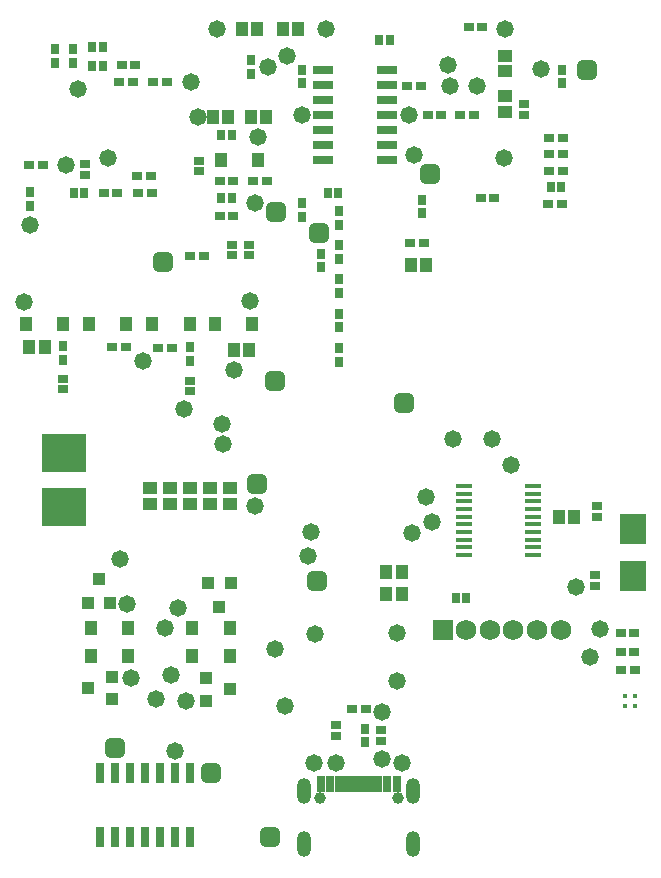
<source format=gts>
G04*
G04 #@! TF.GenerationSoftware,Altium Limited,Altium Designer,21.8.1 (53)*
G04*
G04 Layer_Color=8388736*
%FSAX44Y44*%
%MOMM*%
G71*
G04*
G04 #@! TF.SameCoordinates,32BA2F72-2B31-4227-8ABE-CAB74C13F427*
G04*
G04*
G04 #@! TF.FilePolarity,Negative*
G04*
G01*
G75*
%ADD15R,0.8032X1.4532*%
%ADD16R,0.5032X1.4532*%
G04:AMPARAMS|DCode=17|XSize=1.7032mm|YSize=1.7032mm|CornerRadius=0.4766mm|HoleSize=0mm|Usage=FLASHONLY|Rotation=90.000|XOffset=0mm|YOffset=0mm|HoleType=Round|Shape=RoundedRectangle|*
%AMROUNDEDRECTD17*
21,1,1.7032,0.7500,0,0,90.0*
21,1,0.7500,1.7032,0,0,90.0*
1,1,0.9532,0.3750,0.3750*
1,1,0.9532,0.3750,-0.3750*
1,1,0.9532,-0.3750,-0.3750*
1,1,0.9532,-0.3750,0.3750*
%
%ADD17ROUNDEDRECTD17*%
%ADD18R,0.8032X0.9532*%
%ADD19R,0.4500X0.4500*%
%ADD20R,0.9532X0.8032*%
%ADD21R,1.0532X1.1532*%
%ADD22R,1.1032X1.2032*%
%ADD23R,0.8432X0.8032*%
%ADD24R,0.8032X0.8432*%
%ADD25R,2.2032X2.6032*%
%ADD26R,1.4620X0.3548*%
%ADD27R,1.1532X1.0532*%
%ADD28R,1.1032X1.1532*%
%ADD29R,1.7532X0.8032*%
G04:AMPARAMS|DCode=30|XSize=1.7032mm|YSize=1.7032mm|CornerRadius=0.4766mm|HoleSize=0mm|Usage=FLASHONLY|Rotation=0.000|XOffset=0mm|YOffset=0mm|HoleType=Round|Shape=RoundedRectangle|*
%AMROUNDEDRECTD30*
21,1,1.7032,0.7500,0,0,0.0*
21,1,0.7500,1.7032,0,0,0.0*
1,1,0.9532,0.3750,-0.3750*
1,1,0.9532,-0.3750,-0.3750*
1,1,0.9532,-0.3750,0.3750*
1,1,0.9532,0.3750,0.3750*
%
%ADD30ROUNDEDRECTD30*%
%ADD31R,1.0032X1.1032*%
%ADD32R,1.1032X1.0032*%
%ADD33R,3.8032X3.2032*%
%ADD34R,1.2032X1.1032*%
%ADD35R,0.8032X1.7532*%
%ADD36C,1.0032*%
%ADD37O,1.2032X2.2032*%
%ADD38R,1.7272X1.7272*%
%ADD39C,1.7272*%
%ADD40C,1.4732*%
D15*
X00279000Y00071750D02*
D03*
X00327000D02*
D03*
X00271000D02*
D03*
X00335000D02*
D03*
D16*
X00285500D02*
D03*
X00290500D02*
D03*
X00295500D02*
D03*
X00320500D02*
D03*
X00315500D02*
D03*
X00310500D02*
D03*
X00305500D02*
D03*
X00300500D02*
D03*
D17*
X00268000Y00244000D02*
D03*
X00228000Y00027000D02*
D03*
X00178000Y00081000D02*
D03*
X00363000Y00588000D02*
D03*
X00341599Y00394599D02*
D03*
X00496000Y00676000D02*
D03*
X00269000Y00538000D02*
D03*
X00137000Y00514000D02*
D03*
X00233000Y00556000D02*
D03*
X00232000Y00413000D02*
D03*
D18*
X00212000Y00673250D02*
D03*
Y00684750D02*
D03*
X00308000Y00118750D02*
D03*
Y00107250D02*
D03*
X00357000Y00555000D02*
D03*
Y00566500D02*
D03*
X00271000Y00509250D02*
D03*
Y00520750D02*
D03*
X00286000Y00545250D02*
D03*
Y00556750D02*
D03*
Y00516500D02*
D03*
Y00528000D02*
D03*
Y00487500D02*
D03*
Y00499000D02*
D03*
Y00458500D02*
D03*
Y00470000D02*
D03*
X00255000Y00665250D02*
D03*
Y00676750D02*
D03*
X00061000Y00682250D02*
D03*
Y00693750D02*
D03*
X00046000Y00682250D02*
D03*
Y00693750D02*
D03*
X00025000Y00572750D02*
D03*
Y00561250D02*
D03*
X00475000Y00676750D02*
D03*
Y00665250D02*
D03*
X00286000Y00429500D02*
D03*
Y00441000D02*
D03*
X00255000Y00552250D02*
D03*
Y00563750D02*
D03*
X00160000Y00430250D02*
D03*
Y00441750D02*
D03*
X00053000Y00442750D02*
D03*
Y00431250D02*
D03*
D19*
X00537250Y00137750D02*
D03*
X00528750D02*
D03*
Y00146250D02*
D03*
X00537250D02*
D03*
D20*
X00536750Y00168000D02*
D03*
X00525250D02*
D03*
X00525000Y00200000D02*
D03*
X00536500D02*
D03*
X00525000Y00184000D02*
D03*
X00536500D02*
D03*
X00308750Y00135000D02*
D03*
X00297250D02*
D03*
X00102500Y00681000D02*
D03*
X00114000D02*
D03*
X00116250Y00572000D02*
D03*
X00127750D02*
D03*
X00087250D02*
D03*
X00098750D02*
D03*
X00115500Y00587000D02*
D03*
X00127000D02*
D03*
X00464250Y00619000D02*
D03*
X00475750D02*
D03*
X00464250Y00591000D02*
D03*
X00475750D02*
D03*
X00185250Y00553000D02*
D03*
X00196750D02*
D03*
X00417750Y00568000D02*
D03*
X00406250D02*
D03*
X00358000Y00530000D02*
D03*
X00346500D02*
D03*
X00129250Y00666000D02*
D03*
X00140750D02*
D03*
X00100250D02*
D03*
X00111750D02*
D03*
X00024250Y00596000D02*
D03*
X00035750D02*
D03*
X00475000Y00563000D02*
D03*
X00463500D02*
D03*
X00464250Y00605000D02*
D03*
X00475750D02*
D03*
X00355750Y00663000D02*
D03*
X00344250D02*
D03*
X00372750Y00638000D02*
D03*
X00361250D02*
D03*
X00400500D02*
D03*
X00389000D02*
D03*
X00407750Y00713000D02*
D03*
X00396250D02*
D03*
X00171750Y00519000D02*
D03*
X00160250D02*
D03*
X00185250Y00582000D02*
D03*
X00196750D02*
D03*
X00225000D02*
D03*
X00213500D02*
D03*
X00144750Y00441000D02*
D03*
X00133250D02*
D03*
X00105750Y00442000D02*
D03*
X00094250D02*
D03*
D21*
X00485500Y00298000D02*
D03*
X00472500D02*
D03*
X00347000Y00511000D02*
D03*
X00360000D02*
D03*
X00238500Y00711000D02*
D03*
X00251500D02*
D03*
X00217000D02*
D03*
X00204000D02*
D03*
X00211500Y00637000D02*
D03*
X00224500D02*
D03*
X00179500D02*
D03*
X00192500D02*
D03*
X00210500Y00439000D02*
D03*
X00197500D02*
D03*
X00024000Y00442000D02*
D03*
X00037000D02*
D03*
D22*
X00326000Y00251000D02*
D03*
X00339500D02*
D03*
Y00233000D02*
D03*
X00326000D02*
D03*
D23*
X00284000Y00112600D02*
D03*
Y00121400D02*
D03*
X00322000Y00108600D02*
D03*
Y00117400D02*
D03*
X00505000Y00307000D02*
D03*
Y00298200D02*
D03*
X00503000Y00239600D02*
D03*
Y00248400D02*
D03*
X00071000Y00587600D02*
D03*
Y00596400D02*
D03*
X00443000Y00638600D02*
D03*
Y00647400D02*
D03*
X00196000Y00528400D02*
D03*
Y00519600D02*
D03*
X00210000Y00519600D02*
D03*
Y00528400D02*
D03*
X00168000Y00590600D02*
D03*
Y00599400D02*
D03*
X00160000Y00413400D02*
D03*
Y00404600D02*
D03*
X00053000Y00415000D02*
D03*
Y00406200D02*
D03*
D24*
X00385200Y00229000D02*
D03*
X00394000D02*
D03*
X00077600Y00680000D02*
D03*
X00086400D02*
D03*
Y00696000D02*
D03*
X00077600D02*
D03*
X00070400Y00572000D02*
D03*
X00061600D02*
D03*
X00465600Y00577000D02*
D03*
X00474400D02*
D03*
X00329400Y00702000D02*
D03*
X00320600D02*
D03*
X00195400Y00621000D02*
D03*
X00186600D02*
D03*
X00285400Y00572000D02*
D03*
X00276600D02*
D03*
X00195400Y00568000D02*
D03*
X00186600D02*
D03*
D25*
X00535000Y00288000D02*
D03*
Y00248000D02*
D03*
D26*
X00450210Y00265750D02*
D03*
Y00272250D02*
D03*
Y00278750D02*
D03*
Y00285250D02*
D03*
Y00291750D02*
D03*
Y00298250D02*
D03*
Y00304750D02*
D03*
Y00311250D02*
D03*
Y00317750D02*
D03*
Y00324250D02*
D03*
X00391790Y00324250D02*
D03*
Y00317750D02*
D03*
Y00311250D02*
D03*
Y00304750D02*
D03*
Y00298250D02*
D03*
Y00291750D02*
D03*
Y00285250D02*
D03*
Y00278750D02*
D03*
Y00272250D02*
D03*
Y00265750D02*
D03*
D27*
X00427000Y00688500D02*
D03*
Y00675500D02*
D03*
X00426500Y00654000D02*
D03*
Y00641000D02*
D03*
D28*
X00217750Y00600000D02*
D03*
X00186250D02*
D03*
X00212750Y00461000D02*
D03*
X00181250D02*
D03*
X00159750D02*
D03*
X00128250D02*
D03*
X00021250D02*
D03*
X00052750D02*
D03*
X00074250D02*
D03*
X00105750D02*
D03*
X00162250Y00204000D02*
D03*
X00193750D02*
D03*
X00193750Y00180000D02*
D03*
X00162250D02*
D03*
X00107750Y00204000D02*
D03*
X00076250D02*
D03*
X00076250Y00180000D02*
D03*
X00107750D02*
D03*
D29*
X00327000Y00599900D02*
D03*
Y00612600D02*
D03*
Y00625300D02*
D03*
Y00638000D02*
D03*
Y00650700D02*
D03*
Y00663400D02*
D03*
Y00676100D02*
D03*
X00273000Y00599900D02*
D03*
Y00612600D02*
D03*
Y00625300D02*
D03*
Y00638000D02*
D03*
Y00650700D02*
D03*
Y00663400D02*
D03*
Y00676100D02*
D03*
D30*
X00097000Y00102000D02*
D03*
X00217000Y00326000D02*
D03*
D31*
X00194500Y00242000D02*
D03*
X00175500D02*
D03*
X00185000Y00222000D02*
D03*
X00073500Y00225000D02*
D03*
X00092500D02*
D03*
X00083000Y00245000D02*
D03*
D32*
X00174000Y00161500D02*
D03*
Y00142500D02*
D03*
X00194000Y00152000D02*
D03*
X00094000Y00143500D02*
D03*
Y00162500D02*
D03*
X00074000Y00153000D02*
D03*
D33*
X00053500Y00352000D02*
D03*
Y00306000D02*
D03*
D34*
X00194000Y00322750D02*
D03*
Y00309250D02*
D03*
X00177000D02*
D03*
Y00322750D02*
D03*
X00160000Y00309250D02*
D03*
Y00322750D02*
D03*
X00143000Y00309250D02*
D03*
Y00322750D02*
D03*
X00126000Y00309250D02*
D03*
Y00322750D02*
D03*
D35*
X00083900Y00027000D02*
D03*
X00096600D02*
D03*
X00109300D02*
D03*
X00122000D02*
D03*
X00134700D02*
D03*
X00147400D02*
D03*
X00160100D02*
D03*
X00083900Y00081000D02*
D03*
X00096600D02*
D03*
X00109300D02*
D03*
X00122000D02*
D03*
X00134700D02*
D03*
X00147400D02*
D03*
X00160100D02*
D03*
D36*
X00336000Y00060400D02*
D03*
X00270000D02*
D03*
D37*
X00349100Y00066000D02*
D03*
X00256900D02*
D03*
X00349100Y00021000D02*
D03*
X00256900D02*
D03*
D38*
X00374000Y00202000D02*
D03*
D39*
X00394000D02*
D03*
X00414000D02*
D03*
X00434000D02*
D03*
X00454000D02*
D03*
X00474000D02*
D03*
D40*
X00499000Y00179000D02*
D03*
X00187000Y00377000D02*
D03*
X00188000Y00360000D02*
D03*
X00215000Y00307000D02*
D03*
X00101000Y00262000D02*
D03*
X00335000Y00159000D02*
D03*
X00260000Y00265000D02*
D03*
X00335000Y00200000D02*
D03*
X00263000Y00285000D02*
D03*
X00147200Y00099800D02*
D03*
X00241000Y00138000D02*
D03*
X00131000Y00143745D02*
D03*
X00507000Y00203000D02*
D03*
X00487000Y00239000D02*
D03*
X00110000Y00162000D02*
D03*
X00350000Y00604000D02*
D03*
X00383000Y00364000D02*
D03*
X00416000D02*
D03*
X00360000Y00315000D02*
D03*
X00432000Y00342000D02*
D03*
X00266000Y00199000D02*
D03*
X00365000Y00294000D02*
D03*
X00348000Y00284000D02*
D03*
X00232000Y00186000D02*
D03*
X00323000Y00093000D02*
D03*
X00218000Y00619954D02*
D03*
X00065000Y00660000D02*
D03*
X00025000Y00545000D02*
D03*
X00157000Y00142000D02*
D03*
X00139000Y00204000D02*
D03*
X00167000Y00637000D02*
D03*
X00091000Y00602000D02*
D03*
X00055000Y00596000D02*
D03*
X00215000Y00564000D02*
D03*
X00403000Y00663000D02*
D03*
X00379000Y00681000D02*
D03*
X00380000Y00663000D02*
D03*
X00275000Y00711000D02*
D03*
X00120000Y00430000D02*
D03*
X00457000Y00677000D02*
D03*
X00426000Y00602000D02*
D03*
X00427000Y00711000D02*
D03*
X00211000Y00481000D02*
D03*
X00020000Y00480000D02*
D03*
X00242000Y00688000D02*
D03*
X00226000Y00679000D02*
D03*
X00161000Y00666000D02*
D03*
X00183000Y00711000D02*
D03*
X00340000Y00090000D02*
D03*
X00284000D02*
D03*
X00155000Y00389000D02*
D03*
X00197000Y00422000D02*
D03*
X00255000Y00638000D02*
D03*
X00346000D02*
D03*
X00107000Y00224000D02*
D03*
X00144000Y00164000D02*
D03*
X00150000Y00221000D02*
D03*
X00323000Y00133000D02*
D03*
X00265000Y00090000D02*
D03*
M02*

</source>
